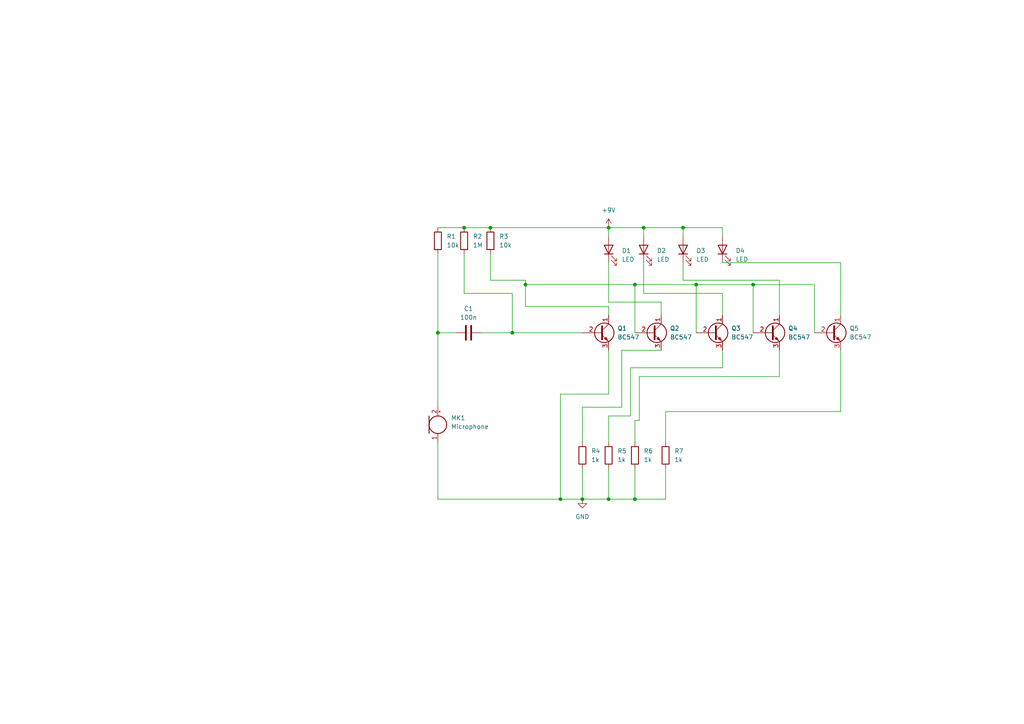
<source format=kicad_sch>
(kicad_sch (version 20211123) (generator eeschema)
  (paper "A4")
  (title_block (title "“Управляема светодиодна система чрез аудио-акустичен") (date "2024-10-23") (rev "0") (company "Mihail Vasilev"))
  (lib_symbols
    (symbol "Device:C" (pin_numbers hide) (pin_names (offset 0.254))
      (property "Reference" "C" (at 0.635 2.54 0))
      (property "Value" "C" (at 0.635 -2.54 0))
      (symbol "C_0_1"
        (polyline (pts (xy -2.032 -0.762) (xy 2.032 -0.762)) (stroke (width 0.508)))
        (polyline (pts (xy -2.032 0.762) (xy 2.032 0.762)) (stroke (width 0.508)))
      )
      (symbol "C_1_1"
        (pin passive line (at 0 3.81 270) (length 2.794) (name "~") (number "1"))
        (pin passive line (at 0 -3.81 90) (length 2.794) (name "~") (number "2"))
      )
    )
    (symbol "Device:LED" (pin_numbers hide) (pin_names (offset 1.016) hide)
      (property "Reference" "D" (at 0 2.54 0))
      (property "Value" "LED" (at 0 -2.54 0))
      (symbol "LED_0_1"
        (polyline (pts (xy -1.27 -1.27) (xy -1.27 1.27)) (stroke (width 0.254)))
        (polyline (pts (xy -1.27 0) (xy 1.27 0)))
        (polyline (pts (xy 1.27 -1.27) (xy 1.27 1.27) (xy -1.27 0) (xy 1.27 -1.27)) (stroke (width 0.254)))
        (polyline (pts (xy -3.048 -0.762) (xy -4.572 -2.286) (xy -3.81 -2.286) (xy -4.572 -2.286) (xy -4.572 -1.524)))
        (polyline (pts (xy -1.778 -0.762) (xy -3.302 -2.286) (xy -2.54 -2.286) (xy -3.302 -2.286) (xy -3.302 -1.524)))
      )
      (symbol "LED_1_1"
        (pin passive line (at -3.81 0 0) (length 2.54) (name "K") (number "1"))
        (pin passive line (at 3.81 0 180) (length 2.54) (name "A") (number "2"))
      )
    )
    (symbol "Device:Microphone" (pin_names (offset 0.0254) hide)
      (property "Reference" "MK" (at -3.81 1.27 0))
      (property "Value" "Microphone" (at -3.81 -0.635 0))
      (symbol "Microphone_0_1"
        (polyline (pts (xy -2.54 2.54) (xy -2.54 -2.54)) (stroke (width 0.254)))
        (polyline (pts (xy 0.254 3.81) (xy 0.762 3.81)))
        (polyline (pts (xy 0.508 4.064) (xy 0.508 3.556)))
        (circle (center 0 0) (radius 2.54) (stroke (width 0.254)))
      )
      (symbol "Microphone_1_1"
        (pin passive line (at 0 -5.08 90) (length 2.54) (name "-") (number "1"))
        (pin passive line (at 0 5.08 270) (length 2.54) (name "+") (number "2"))
      )
    )
    (symbol "Device:R" (pin_numbers hide) (pin_names (offset 0))
      (property "Reference" "R" (at 2.032 0 90))
      (property "Value" "R" (at 0 0 90))
      (symbol "R_0_1"
        (rectangle (start -1.016 -2.54) (end 1.016 2.54) (stroke (width 0.254)))
      )
      (symbol "R_1_1"
        (pin passive line (at 0 3.81 270) (length 1.27) (name "~") (number "1"))
        (pin passive line (at 0 -3.81 90) (length 1.27) (name "~") (number "2"))
      )
    )
    (symbol "Transistor_BJT:BC547" (pin_names (offset 0) hide)
      (property "Reference" "Q" (at 5.08 1.905 0))
      (property "Value" "BC547" (at 5.08 0 0))
      (symbol "BC547_0_1"
        (polyline (pts (xy 0 0) (xy 0.635 0)))
        (polyline (pts (xy 0.635 0.635) (xy 2.54 2.54)))
        (polyline (pts (xy 0.635 -0.635) (xy 2.54 -2.54) (xy 2.54 -2.54)))
        (polyline (pts (xy 0.635 1.905) (xy 0.635 -1.905) (xy 0.635 -1.905)) (stroke (width 0.508)))
        (polyline (pts (xy 1.27 -1.778) (xy 1.778 -1.27) (xy 2.286 -2.286) (xy 1.27 -1.778) (xy 1.27 -1.778)) (fill (type outline)))
        (circle (center 1.27 0) (radius 2.8194) (stroke (width 0.254)))
      )
      (symbol "BC547_1_1"
        (pin passive line (at 2.54 5.08 270) (length 2.54) (name "C") (number "1"))
        (pin input line (at -5.08 0 0) (length 5.08) (name "B") (number "2"))
        (pin passive line (at 2.54 -5.08 90) (length 2.54) (name "E") (number "3"))
      )
    )
    (symbol "power:+9V" (power) (pin_names (offset 0))
      (property "Value" "+9V" (at 0 3.556 0))
      (symbol "+9V_0_1"
        (polyline (pts (xy -0.762 1.27) (xy 0 2.54)))
        (polyline (pts (xy 0 0) (xy 0 2.54)))
        (polyline (pts (xy 0 2.54) (xy 0.762 1.27)))
      )
      (symbol "+9V_1_1"
        (pin power_in line (at 0 0 90) (length 0) hide (name "+9V") (number "1"))
      )
    )
    (symbol "power:GND" (power) (pin_names (offset 0))
      (property "Value" "GND" (at 0 -3.81 0))
      (symbol "GND_0_1"
        (polyline (pts (xy 0 0) (xy 0 -1.27) (xy 1.27 -1.27) (xy 0 -2.54) (xy -1.27 -1.27) (xy 0 -1.27)))
      )
      (symbol "GND_1_1"
        (pin power_in line (at 0 0 270) (length 0) hide (name "GND") (number "1"))
      )
    )
  )
  (junction (at 176.53 66.04))
  (junction (at 184.15 144.78))
  (junction (at 186.69 66.04))
  (junction (at 152.4 82.55))
  (junction (at 218.44 82.55))
  (junction (at 142.24 66.04))
  (junction (at 198.12 66.04))
  (junction (at 134.62 66.04))
  (junction (at 168.91 144.78))
  (junction (at 162.56 144.78))
  (junction (at 127 96.52))
  (junction (at 184.15 82.55))
  (junction (at 176.53 144.78))
  (junction (at 201.93 82.55))
  (junction (at 148.59 96.52))
  (wire (pts (xy 176.53 120.65) (xy 182.88 120.65)))
  (wire (pts (xy 176.53 87.63) (xy 191.77 87.63)))
  (wire (pts (xy 127 96.52) (xy 132.08 96.52)))
  (wire (pts (xy 148.59 85.09) (xy 148.59 96.52)))
  (wire (pts (xy 168.91 144.78) (xy 176.53 144.78)))
  (wire (pts (xy 193.04 119.38) (xy 193.04 128.27)))
  (wire (pts (xy 218.44 82.55) (xy 218.44 96.52)))
  (wire (pts (xy 184.15 82.55) (xy 152.4 82.55)))
  (wire (pts (xy 176.53 114.3) (xy 162.56 114.3)))
  (wire (pts (xy 218.44 82.55) (xy 201.93 82.55)))
  (wire (pts (xy 127 66.04) (xy 134.62 66.04)))
  (wire (pts (xy 127 73.66) (xy 127 96.52)))
  (wire (pts (xy 184.15 135.89) (xy 184.15 144.78)))
  (wire (pts (xy 209.55 85.09) (xy 209.55 91.44)))
  (wire (pts (xy 186.69 85.09) (xy 209.55 85.09)))
  (wire (pts (xy 148.59 96.52) (xy 168.91 96.52)))
  (wire (pts (xy 180.34 101.6) (xy 180.34 118.11)))
  (wire (pts (xy 168.91 135.89) (xy 168.91 144.78)))
  (wire (pts (xy 142.24 81.28) (xy 142.24 73.66)))
  (wire (pts (xy 201.93 82.55) (xy 201.93 96.52)))
  (wire (pts (xy 176.53 76.2) (xy 176.53 87.63)))
  (wire (pts (xy 184.15 82.55) (xy 184.15 96.52)))
  (wire (pts (xy 162.56 114.3) (xy 162.56 144.78)))
  (wire (pts (xy 152.4 82.55) (xy 152.4 81.28)))
  (wire (pts (xy 152.4 88.9) (xy 152.4 82.55)))
  (wire (pts (xy 134.62 73.66) (xy 134.62 85.09)))
  (wire (pts (xy 186.69 76.2) (xy 186.69 85.09)))
  (wire (pts (xy 176.53 88.9) (xy 152.4 88.9)))
  (wire (pts (xy 243.84 101.6) (xy 243.84 119.38)))
  (wire (pts (xy 186.69 66.04) (xy 176.53 66.04)))
  (wire (pts (xy 198.12 81.28) (xy 226.06 81.28)))
  (wire (pts (xy 193.04 144.78) (xy 184.15 144.78)))
  (wire (pts (xy 176.53 135.89) (xy 176.53 144.78)))
  (wire (pts (xy 176.53 66.04) (xy 176.53 68.58)))
  (wire (pts (xy 182.88 120.65) (xy 182.88 106.68)))
  (wire (pts (xy 236.22 96.52) (xy 236.22 82.55)))
  (wire (pts (xy 236.22 82.55) (xy 218.44 82.55)))
  (wire (pts (xy 127 144.78) (xy 127 128.27)))
  (wire (pts (xy 198.12 68.58) (xy 198.12 66.04)))
  (wire (pts (xy 176.53 128.27) (xy 176.53 120.65)))
  (wire (pts (xy 162.56 144.78) (xy 168.91 144.78)))
  (wire (pts (xy 152.4 81.28) (xy 142.24 81.28)))
  (wire (pts (xy 139.7 96.52) (xy 148.59 96.52)))
  (wire (pts (xy 134.62 85.09) (xy 148.59 85.09)))
  (wire (pts (xy 182.88 106.68) (xy 209.55 106.68)))
  (wire (pts (xy 127 144.78) (xy 162.56 144.78)))
  (wire (pts (xy 142.24 66.04) (xy 176.53 66.04)))
  (wire (pts (xy 185.42 109.22) (xy 226.06 109.22)))
  (wire (pts (xy 198.12 76.2) (xy 198.12 81.28)))
  (wire (pts (xy 186.69 68.58) (xy 186.69 66.04)))
  (wire (pts (xy 168.91 128.27) (xy 168.91 118.11)))
  (wire (pts (xy 209.55 68.58) (xy 209.55 66.04)))
  (wire (pts (xy 176.53 144.78) (xy 184.15 144.78)))
  (wire (pts (xy 191.77 101.6) (xy 180.34 101.6)))
  (wire (pts (xy 127 96.52) (xy 127 118.11)))
  (wire (pts (xy 226.06 109.22) (xy 226.06 101.6)))
  (wire (pts (xy 243.84 76.2) (xy 243.84 91.44)))
  (wire (pts (xy 184.15 121.92) (xy 185.42 121.92)))
  (wire (pts (xy 243.84 119.38) (xy 193.04 119.38)))
  (wire (pts (xy 193.04 135.89) (xy 193.04 144.78)))
  (wire (pts (xy 209.55 76.2) (xy 243.84 76.2)))
  (wire (pts (xy 184.15 121.92) (xy 184.15 128.27)))
  (wire (pts (xy 191.77 87.63) (xy 191.77 91.44)))
  (wire (pts (xy 209.55 101.6) (xy 209.55 106.68)))
  (wire (pts (xy 176.53 101.6) (xy 176.53 114.3)))
  (wire (pts (xy 176.53 91.44) (xy 176.53 88.9)))
  (wire (pts (xy 185.42 121.92) (xy 185.42 109.22)))
  (wire (pts (xy 134.62 66.04) (xy 142.24 66.04)))
  (wire (pts (xy 201.93 82.55) (xy 184.15 82.55)))
  (wire (pts (xy 168.91 118.11) (xy 180.34 118.11)))
  (wire (pts (xy 226.06 81.28) (xy 226.06 91.44)))
  (wire (pts (xy 209.55 66.04) (xy 198.12 66.04)))
  (wire (pts (xy 198.12 66.04) (xy 186.69 66.04)))
  (symbol (lib_id "Device:R") (at 193.04 132.08 0) (unit 1)
    (property "Reference" "R7" (at 195.58 130.8099 0) (effects (justify left)))
    (property "Value" "1k" (at 195.58 133.3499 0) (effects (justify left)))
    (property "Footprint" "Resistor_SMD:R_1210_3225Metric" (effects hide))
  )
  (symbol (lib_id "Device:R") (at 184.15 132.08 0) (unit 1)
    (property "Reference" "R6" (at 186.69 130.8099 0) (effects (justify left)))
    (property "Value" "1k" (at 186.69 133.3499 0) (effects (justify left)))
    (property "Footprint" "Resistor_SMD:R_1210_3225Metric" (effects hide))
  )
  (symbol (lib_id "Transistor_BJT:BC547") (at 241.3 96.52 0) (unit 1)
    (property "Reference" "Q5" (at 246.38 95.2499 0) (effects (justify left)))
    (property "Value" "BC547" (at 246.38 97.7899 0) (effects (justify left)))
    (property "Footprint" "Package_TO_SOT_THT:TO-92_Inline" (effects hide))
    (property "Datasheet" "https://www.onsemi.com/pub/Collateral/BC550-D.pdf" (effects hide))
  )
  (symbol (lib_id "Device:LED") (at 176.53 72.39 90) (unit 1)
    (property "Reference" "D1" (at 180.34 72.7074 90) (effects (justify right)))
    (property "Value" "LED" (at 180.34 75.2474 90) (effects (justify right)))
    (property "Footprint" "LED_THT:LED_D8.0mm" (effects hide))
  )
  (symbol (lib_id "power:GND") (at 168.91 144.78 0) (unit 1)
    (property "Reference" "#PWR0101" (effects hide))
    (property "Value" "GND" (at 168.91 149.86 0))
    (property "Footprint" "Connector_Wire:SolderWire-0.1sqmm_1x01_D0.4mm_OD1mm" (effects hide))
  )
  (symbol (lib_id "Transistor_BJT:BC547") (at 207.01 96.52 0) (unit 1)
    (property "Reference" "Q3" (at 212.09 95.2499 0) (effects (justify left)))
    (property "Value" "BC547" (at 212.09 97.7899 0) (effects (justify left)))
    (property "Footprint" "Package_TO_SOT_THT:TO-92_Inline" (effects hide))
    (property "Datasheet" "https://www.onsemi.com/pub/Collateral/BC550-D.pdf" (effects hide))
  )
  (symbol (lib_id "Device:R") (at 127 69.85 0) (unit 1)
    (property "Reference" "R1" (at 129.54 68.5799 0) (effects (justify left)))
    (property "Value" "10k" (at 129.54 71.1199 0) (effects (justify left)))
    (property "Footprint" "Resistor_SMD:R_1210_3225Metric" (effects hide))
  )
  (symbol (lib_id "power:+9V") (at 176.53 66.04 0) (unit 1)
    (property "Reference" "#PWR0102" (effects hide))
    (property "Value" "+9V" (at 176.53 60.96 0))
    (property "Footprint" "Connector_Wire:SolderWire-0.1sqmm_1x01_D0.4mm_OD1mm" (effects hide))
  )
  (symbol (lib_id "Device:LED") (at 209.55 72.39 90) (unit 1)
    (property "Reference" "D4" (at 213.36 72.7074 90) (effects (justify right)))
    (property "Value" "LED" (at 213.36 75.2474 90) (effects (justify right)))
    (property "Footprint" "LED_THT:LED_D8.0mm" (effects hide))
  )
  (symbol (lib_id "Transistor_BJT:BC547") (at 223.52 96.52 0) (unit 1)
    (property "Reference" "Q4" (at 228.6 95.2499 0) (effects (justify left)))
    (property "Value" "BC547" (at 228.6 97.7899 0) (effects (justify left)))
    (property "Footprint" "Package_TO_SOT_THT:TO-92_Inline" (effects hide))
    (property "Datasheet" "https://www.onsemi.com/pub/Collateral/BC550-D.pdf" (effects hide))
  )
  (symbol (lib_id "Device:LED") (at 198.12 72.39 90) (unit 1)
    (property "Reference" "D3" (at 201.93 72.7074 90) (effects (justify right)))
    (property "Value" "LED" (at 201.93 75.2474 90) (effects (justify right)))
    (property "Footprint" "LED_THT:LED_D8.0mm" (effects hide))
  )
  (symbol (lib_id "Device:LED") (at 186.69 72.39 90) (unit 1)
    (property "Reference" "D2" (at 190.5 72.7074 90) (effects (justify right)))
    (property "Value" "LED" (at 190.5 75.2474 90) (effects (justify right)))
    (property "Footprint" "LED_THT:LED_D8.0mm" (effects hide))
  )
  (symbol (lib_id "Transistor_BJT:BC547") (at 173.99 96.52 0) (unit 1)
    (property "Reference" "Q1" (at 179.07 95.2499 0) (effects (justify left)))
    (property "Value" "BC547" (at 179.07 97.7899 0) (effects (justify left)))
    (property "Footprint" "Package_TO_SOT_THT:TO-92_Inline" (effects hide))
    (property "Datasheet" "https://www.onsemi.com/pub/Collateral/BC550-D.pdf" (effects hide))
  )
  (symbol (lib_id "Transistor_BJT:BC547") (at 189.23 96.52 0) (unit 1)
    (property "Reference" "Q2" (at 194.31 95.2499 0) (effects (justify left)))
    (property "Value" "BC547" (at 194.31 97.7899 0) (effects (justify left)))
    (property "Footprint" "Package_TO_SOT_THT:TO-92_Inline" (effects hide))
    (property "Datasheet" "https://www.onsemi.com/pub/Collateral/BC550-D.pdf" (effects hide))
  )
  (symbol (lib_id "Device:Microphone") (at 127 123.19 0) (unit 1)
    (property "Reference" "MK1" (at 130.81 121.2214 0) (effects (justify left)))
    (property "Value" "Microphone" (at 130.81 123.7614 0) (effects (justify left)))
    (property "Footprint" "Sensor_Audio:CUI_CMC-4013-SMT" (effects hide))
  )
  (symbol (lib_id "Device:R") (at 142.24 69.85 0) (unit 1)
    (property "Reference" "R3" (at 144.78 68.5799 0) (effects (justify left)))
    (property "Value" "10k" (at 144.78 71.1199 0) (effects (justify left)))
    (property "Footprint" "Resistor_SMD:R_1210_3225Metric" (effects hide))
  )
  (symbol (lib_id "Device:R") (at 168.91 132.08 0) (unit 1)
    (property "Reference" "R4" (at 171.45 130.8099 0) (effects (justify left)))
    (property "Value" "1k" (at 171.45 133.3499 0) (effects (justify left)))
    (property "Footprint" "Resistor_SMD:R_1210_3225Metric" (effects hide))
  )
  (symbol (lib_id "Device:R") (at 134.62 69.85 0) (unit 1)
    (property "Reference" "R2" (at 137.16 68.5799 0) (effects (justify left)))
    (property "Value" "1M" (at 137.16 71.1199 0) (effects (justify left)))
    (property "Footprint" "Resistor_SMD:R_1210_3225Metric" (effects hide))
  )
  (symbol (lib_id "Device:R") (at 176.53 132.08 0) (unit 1)
    (property "Reference" "R5" (at 179.07 130.8099 0) (effects (justify left)))
    (property "Value" "1k" (at 179.07 133.3499 0) (effects (justify left)))
    (property "Footprint" "Resistor_SMD:R_1210_3225Metric" (effects hide))
  )
  (symbol (lib_id "Device:C") (at 135.89 96.52 90) (unit 1)
    (property "Reference" "C1" (at 135.89 89.535 90))
    (property "Value" "100n" (at 135.89 92.075 90))
    (property "Footprint" "Capacitor_SMD:C_1210_3225Metric" (effects hide))
  )
)
</source>
